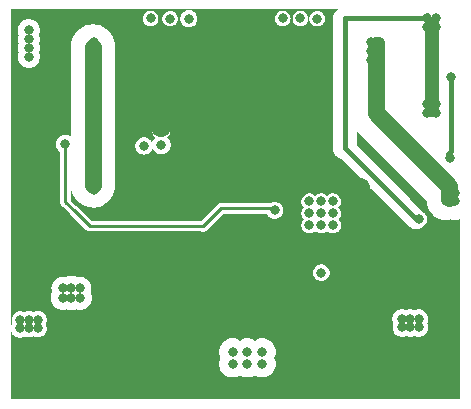
<source format=gbr>
G04 start of page 5 for group 3 idx 3 *
G04 Title: bluenodes actor 52832 19, power *
G04 Creator: pcb.exe 20130205 *
G04 CreationDate: 10.05.2017 20:52:52 UTC *
G04 Format: Gerber/RS-274X *
G04 PCB-Dimensions (mil): 1496.06 1299.21 *
G04 PCB-Coordinate-Origin: lower left *
%MOIN*%
%FSLAX25Y25*%
%LNGROUP3*%
%ADD246C,0.0118*%
%ADD245C,0.0315*%
%ADD244C,0.0315*%
%ADD243C,0.0472*%
%ADD242C,0.0158*%
%ADD241C,0.0730*%
%ADD240C,0.0099*%
%ADD239C,0.0630*%
%ADD238C,0.0551*%
%ADD237C,0.0001*%
G54D237*G36*
X133016Y57347D02*X133057Y57311D01*
X133508Y57034D01*
X133997Y56832D01*
X134512Y56708D01*
X135039Y56667D01*
X135567Y56708D01*
X136082Y56832D01*
X136571Y57034D01*
X137022Y57311D01*
X137424Y57655D01*
X137752Y58039D01*
X137793Y58073D01*
X138076Y58405D01*
X138304Y58777D01*
X138471Y59180D01*
X138573Y59604D01*
X138599Y60039D01*
X138573Y60474D01*
X138471Y60899D01*
X138304Y61302D01*
X138076Y61674D01*
X137793Y62005D01*
X137750Y62042D01*
X137417Y62417D01*
X133016Y66818D01*
Y71698D01*
X138655Y66059D01*
X138646Y65945D01*
X138723Y64969D01*
X138951Y64018D01*
X139326Y63114D01*
X139837Y62280D01*
X140472Y61535D01*
X141217Y60900D01*
X142051Y60389D01*
X142955Y60014D01*
X143906Y59786D01*
X144882Y59709D01*
X145857Y59786D01*
X146569Y59957D01*
X146875Y59883D01*
X147835Y59808D01*
X148795Y59883D01*
X149606Y60078D01*
Y0D01*
X133016D01*
Y20835D01*
X133071Y20831D01*
X133569Y20870D01*
X134055Y20987D01*
X134449Y21150D01*
X134843Y20987D01*
X135329Y20870D01*
X135827Y20831D01*
X136325Y20870D01*
X136811Y20987D01*
X137273Y21178D01*
X137699Y21439D01*
X138079Y21764D01*
X138403Y22144D01*
X138664Y22570D01*
X138856Y23032D01*
X138972Y23518D01*
X139002Y24016D01*
X138972Y24514D01*
X138856Y25000D01*
X138693Y25394D01*
X138856Y25788D01*
X138972Y26273D01*
X139002Y26772D01*
X138972Y27270D01*
X138856Y27756D01*
X138664Y28218D01*
X138403Y28644D01*
X138079Y29024D01*
X137699Y29348D01*
X137273Y29609D01*
X136811Y29801D01*
X136325Y29917D01*
X135827Y29956D01*
X135329Y29917D01*
X134843Y29801D01*
X134576Y29690D01*
X134562Y29699D01*
X134086Y29896D01*
X133585Y30016D01*
X133071Y30057D01*
X133016Y30052D01*
Y34737D01*
X133132Y34457D01*
X133343Y34112D01*
X133607Y33804D01*
X133915Y33540D01*
X134260Y33329D01*
X134635Y33173D01*
X135029Y33079D01*
X135433Y33047D01*
X135837Y33079D01*
X136231Y33173D01*
X136606Y33329D01*
X136951Y33540D01*
X137259Y33804D01*
X137523Y34112D01*
X137734Y34457D01*
X137890Y34832D01*
X137984Y35226D01*
X138008Y35630D01*
X137984Y36034D01*
X137890Y36428D01*
X137734Y36803D01*
X137523Y37148D01*
X137259Y37456D01*
X136951Y37720D01*
X136606Y37931D01*
X136231Y38086D01*
X135837Y38181D01*
X135433Y38213D01*
X135029Y38181D01*
X134635Y38086D01*
X134260Y37931D01*
X133915Y37720D01*
X133607Y37456D01*
X133343Y37148D01*
X133132Y36803D01*
X133016Y36523D01*
Y57347D01*
G37*
G36*
Y66818D02*X115173Y84660D01*
Y89575D01*
X115447Y89266D01*
X133016Y71698D01*
Y66818D01*
G37*
G36*
X103382Y129921D02*X108822D01*
X108417Y129575D01*
X108013Y129102D01*
X107688Y128572D01*
X107449Y127997D01*
X107304Y127392D01*
X107268Y126772D01*
Y83858D01*
X107304Y83238D01*
X107449Y82633D01*
X107688Y82058D01*
X108013Y81528D01*
X108417Y81055D01*
X108890Y80650D01*
X109420Y80325D01*
X109995Y80087D01*
X110313Y80011D01*
X116217Y74106D01*
X115885Y73903D01*
X115554Y73620D01*
X115270Y73288D01*
X115042Y72916D01*
X114875Y72513D01*
X114774Y72088D01*
X114739Y71654D01*
X114774Y71219D01*
X114875Y70794D01*
X115042Y70391D01*
X115270Y70019D01*
X115554Y69688D01*
X115885Y69404D01*
X116257Y69176D01*
X116660Y69009D01*
X117085Y68907D01*
X117520Y68873D01*
X117955Y68907D01*
X118379Y69009D01*
X118782Y69176D01*
X119154Y69404D01*
X119486Y69688D01*
X119769Y70019D01*
X119973Y70351D01*
X132662Y57662D01*
X133016Y57347D01*
Y36523D01*
X132977Y36428D01*
X132882Y36034D01*
X132850Y35630D01*
X132882Y35226D01*
X132977Y34832D01*
X133016Y34737D01*
Y30052D01*
X132557Y30016D01*
X132056Y29896D01*
X131693Y29746D01*
X131330Y29896D01*
X130829Y30016D01*
X130315Y30057D01*
X129801Y30016D01*
X129300Y29896D01*
X128824Y29699D01*
X128384Y29429D01*
X127992Y29095D01*
X127657Y28703D01*
X127388Y28263D01*
X127191Y27787D01*
X127070Y27286D01*
X127030Y26772D01*
X127070Y26258D01*
X127191Y25757D01*
X127388Y25280D01*
X127396Y25266D01*
X127286Y25000D01*
X127169Y24514D01*
X127130Y24016D01*
X127169Y23518D01*
X127286Y23032D01*
X127477Y22570D01*
X127738Y22144D01*
X128063Y21764D01*
X128443Y21439D01*
X128869Y21178D01*
X129331Y20987D01*
X129817Y20870D01*
X130315Y20831D01*
X130813Y20870D01*
X131299Y20987D01*
X131693Y21150D01*
X132087Y20987D01*
X132573Y20870D01*
X133016Y20835D01*
Y0D01*
X103382D01*
Y39461D01*
X103386Y39461D01*
X103821Y39495D01*
X104246Y39597D01*
X104650Y39764D01*
X105022Y39992D01*
X105354Y40276D01*
X105638Y40608D01*
X105866Y40980D01*
X106033Y41384D01*
X106135Y41809D01*
X106161Y42244D01*
X106135Y42680D01*
X106033Y43104D01*
X105866Y43508D01*
X105638Y43880D01*
X105354Y44212D01*
X105022Y44496D01*
X104650Y44724D01*
X104246Y44891D01*
X103821Y44993D01*
X103386Y45028D01*
X103382Y45027D01*
Y55392D01*
X103766Y55422D01*
X104175Y55520D01*
X104564Y55681D01*
X104923Y55901D01*
X105243Y56175D01*
X105315Y56259D01*
X105387Y56175D01*
X105707Y55901D01*
X106066Y55681D01*
X106455Y55520D01*
X106864Y55422D01*
X107283Y55389D01*
X107703Y55422D01*
X108112Y55520D01*
X108501Y55681D01*
X108860Y55901D01*
X109180Y56175D01*
X109453Y56495D01*
X109673Y56853D01*
X109834Y57242D01*
X109932Y57651D01*
X109957Y58071D01*
X109932Y58490D01*
X109834Y58900D01*
X109673Y59288D01*
X109453Y59647D01*
X109180Y59967D01*
X109095Y60039D01*
X109180Y60112D01*
X109453Y60432D01*
X109673Y60790D01*
X109834Y61179D01*
X109932Y61588D01*
X109957Y62008D01*
X109932Y62427D01*
X109834Y62837D01*
X109673Y63225D01*
X109453Y63584D01*
X109180Y63904D01*
X109095Y63976D01*
X109180Y64049D01*
X109453Y64369D01*
X109673Y64727D01*
X109834Y65116D01*
X109932Y65525D01*
X109957Y65945D01*
X109932Y66364D01*
X109834Y66774D01*
X109673Y67162D01*
X109453Y67521D01*
X109180Y67841D01*
X108860Y68114D01*
X108501Y68334D01*
X108112Y68495D01*
X107703Y68594D01*
X107283Y68627D01*
X106864Y68594D01*
X106455Y68495D01*
X106066Y68334D01*
X105707Y68114D01*
X105387Y67841D01*
X105315Y67756D01*
X105243Y67841D01*
X104923Y68114D01*
X104564Y68334D01*
X104175Y68495D01*
X103766Y68594D01*
X103382Y68624D01*
Y124672D01*
X103526Y124761D01*
X103834Y125024D01*
X104098Y125332D01*
X104309Y125678D01*
X104464Y126052D01*
X104559Y126446D01*
X104583Y126850D01*
X104559Y127254D01*
X104464Y127649D01*
X104309Y128023D01*
X104098Y128369D01*
X103834Y128677D01*
X103526Y128940D01*
X103382Y129029D01*
Y129921D01*
G37*
G36*
X96374D02*X103382D01*
Y129029D01*
X103181Y129152D01*
X102806Y129307D01*
X102412Y129402D01*
X102008Y129433D01*
X101604Y129402D01*
X101210Y129307D01*
X100835Y129152D01*
X100490Y128940D01*
X100181Y128677D01*
X99918Y128369D01*
X99706Y128023D01*
X99551Y127649D01*
X99457Y127254D01*
X99425Y126850D01*
X99457Y126446D01*
X99551Y126052D01*
X99706Y125678D01*
X99918Y125332D01*
X100181Y125024D01*
X100490Y124761D01*
X100835Y124549D01*
X101210Y124394D01*
X101604Y124299D01*
X102008Y124267D01*
X102412Y124299D01*
X102806Y124394D01*
X103181Y124549D01*
X103382Y124672D01*
Y68624D01*
X103346Y68627D01*
X102927Y68594D01*
X102518Y68495D01*
X102129Y68334D01*
X101770Y68114D01*
X101450Y67841D01*
X101378Y67756D01*
X101306Y67841D01*
X100986Y68114D01*
X100627Y68334D01*
X100238Y68495D01*
X99829Y68594D01*
X99409Y68627D01*
X98990Y68594D01*
X98581Y68495D01*
X98192Y68334D01*
X97833Y68114D01*
X97513Y67841D01*
X97240Y67521D01*
X97020Y67162D01*
X96859Y66774D01*
X96761Y66364D01*
X96728Y65945D01*
X96761Y65525D01*
X96859Y65116D01*
X97020Y64727D01*
X97240Y64369D01*
X97513Y64049D01*
X97598Y63976D01*
X97513Y63904D01*
X97240Y63584D01*
X97020Y63225D01*
X96859Y62837D01*
X96761Y62427D01*
X96728Y62008D01*
X96761Y61588D01*
X96859Y61179D01*
X97020Y60790D01*
X97240Y60432D01*
X97513Y60112D01*
X97598Y60039D01*
X97513Y59967D01*
X97240Y59647D01*
X97020Y59288D01*
X96859Y58900D01*
X96761Y58490D01*
X96728Y58071D01*
X96761Y57651D01*
X96859Y57242D01*
X97020Y56853D01*
X97240Y56495D01*
X97513Y56175D01*
X97833Y55901D01*
X98192Y55681D01*
X98581Y55520D01*
X98990Y55422D01*
X99409Y55389D01*
X99829Y55422D01*
X100238Y55520D01*
X100627Y55681D01*
X100986Y55901D01*
X101306Y56175D01*
X101378Y56259D01*
X101450Y56175D01*
X101770Y55901D01*
X102129Y55681D01*
X102518Y55520D01*
X102927Y55422D01*
X103346Y55389D01*
X103382Y55392D01*
Y45027D01*
X102950Y44993D01*
X102526Y44891D01*
X102122Y44724D01*
X101750Y44496D01*
X101418Y44212D01*
X101134Y43880D01*
X100906Y43508D01*
X100739Y43104D01*
X100637Y42680D01*
X100602Y42244D01*
X100637Y41809D01*
X100739Y41384D01*
X100906Y40980D01*
X101134Y40608D01*
X101418Y40276D01*
X101750Y39992D01*
X102122Y39764D01*
X102526Y39597D01*
X102950Y39495D01*
X103382Y39461D01*
Y0D01*
X96374D01*
Y124386D01*
X96378Y124386D01*
X96782Y124417D01*
X97176Y124512D01*
X97551Y124667D01*
X97896Y124879D01*
X98204Y125142D01*
X98468Y125450D01*
X98679Y125796D01*
X98834Y126170D01*
X98929Y126564D01*
X98953Y126969D01*
X98929Y127373D01*
X98834Y127767D01*
X98679Y128141D01*
X98468Y128487D01*
X98204Y128795D01*
X97896Y129058D01*
X97551Y129270D01*
X97176Y129425D01*
X96782Y129520D01*
X96378Y129551D01*
X96374Y129551D01*
Y129921D01*
G37*
G36*
X92633D02*X96374D01*
Y129551D01*
X95974Y129520D01*
X95580Y129425D01*
X95205Y129270D01*
X94860Y129058D01*
X94552Y128795D01*
X94288Y128487D01*
X94077Y128141D01*
X93921Y127767D01*
X93827Y127373D01*
X93795Y126969D01*
X93827Y126564D01*
X93921Y126170D01*
X94077Y125796D01*
X94288Y125450D01*
X94552Y125142D01*
X94860Y124879D01*
X95205Y124667D01*
X95580Y124512D01*
X95974Y124417D01*
X96374Y124386D01*
Y0D01*
X92633D01*
Y44700D01*
X92638Y44699D01*
X93104Y44736D01*
X93558Y44845D01*
X93990Y45024D01*
X94388Y45268D01*
X94743Y45572D01*
X95047Y45927D01*
X95291Y46325D01*
X95470Y46757D01*
X95579Y47211D01*
X95606Y47677D01*
X95579Y48143D01*
X95470Y48597D01*
X95291Y49029D01*
X95047Y49428D01*
X94743Y49783D01*
X94388Y50086D01*
X93990Y50330D01*
X93558Y50509D01*
X93104Y50618D01*
X92638Y50655D01*
X92633Y50655D01*
Y125441D01*
X92641Y125450D01*
X92853Y125796D01*
X93008Y126170D01*
X93102Y126564D01*
X93126Y126969D01*
X93102Y127373D01*
X93008Y127767D01*
X92853Y128141D01*
X92641Y128487D01*
X92633Y128496D01*
Y129921D01*
G37*
G36*
X78733D02*X92633D01*
Y128496D01*
X92378Y128795D01*
X92069Y129058D01*
X91724Y129270D01*
X91349Y129425D01*
X90955Y129520D01*
X90551Y129551D01*
X90147Y129520D01*
X89753Y129425D01*
X89379Y129270D01*
X89033Y129058D01*
X88725Y128795D01*
X88462Y128487D01*
X88250Y128141D01*
X88095Y127767D01*
X88000Y127373D01*
X87968Y126969D01*
X88000Y126564D01*
X88095Y126170D01*
X88250Y125796D01*
X88462Y125450D01*
X88725Y125142D01*
X89033Y124879D01*
X89379Y124667D01*
X89753Y124512D01*
X90147Y124417D01*
X90551Y124386D01*
X90955Y124417D01*
X91349Y124512D01*
X91724Y124667D01*
X92069Y124879D01*
X92378Y125142D01*
X92633Y125441D01*
Y50655D01*
X92172Y50618D01*
X91718Y50509D01*
X91286Y50330D01*
X90887Y50086D01*
X90532Y49783D01*
X90229Y49428D01*
X89985Y49029D01*
X89806Y48597D01*
X89697Y48143D01*
X89660Y47677D01*
X89697Y47211D01*
X89806Y46757D01*
X89985Y46325D01*
X90229Y45927D01*
X90532Y45572D01*
X90887Y45268D01*
X91286Y45024D01*
X91718Y44845D01*
X92172Y44736D01*
X92633Y44700D01*
Y0D01*
X78733D01*
Y7254D01*
X78740Y7254D01*
X79453Y7310D01*
X80149Y7477D01*
X80809Y7750D01*
X81201Y7990D01*
X81592Y7750D01*
X82253Y7477D01*
X82948Y7310D01*
X83661Y7254D01*
X84374Y7310D01*
X85070Y7477D01*
X85730Y7750D01*
X86340Y8124D01*
X86884Y8588D01*
X87349Y9132D01*
X87722Y9742D01*
X87996Y10403D01*
X88163Y11098D01*
X88205Y11811D01*
X88163Y12524D01*
X87996Y13219D01*
X87764Y13780D01*
X87996Y14340D01*
X88163Y15035D01*
X88205Y15748D01*
X88163Y16461D01*
X87996Y17156D01*
X87722Y17817D01*
X87349Y18427D01*
X86884Y18971D01*
X86340Y19435D01*
X85730Y19809D01*
X85070Y20082D01*
X84374Y20249D01*
X83661Y20306D01*
X82948Y20249D01*
X82253Y20082D01*
X81592Y19809D01*
X81201Y19569D01*
X80809Y19809D01*
X80149Y20082D01*
X79453Y20249D01*
X78740Y20306D01*
X78733Y20305D01*
Y61889D01*
X85140D01*
X85226Y61683D01*
X85462Y61297D01*
X85756Y60953D01*
X86100Y60659D01*
X86486Y60423D01*
X86904Y60249D01*
X87344Y60144D01*
X87795Y60108D01*
X88246Y60144D01*
X88686Y60249D01*
X89105Y60423D01*
X89490Y60659D01*
X89834Y60953D01*
X90128Y61297D01*
X90365Y61683D01*
X90538Y62101D01*
X90644Y62541D01*
X90670Y62992D01*
X90644Y63443D01*
X90538Y63883D01*
X90365Y64301D01*
X90128Y64687D01*
X89834Y65031D01*
X89490Y65325D01*
X89105Y65562D01*
X88686Y65735D01*
X88246Y65840D01*
X87795Y65876D01*
X87344Y65840D01*
X86904Y65735D01*
X86486Y65562D01*
X86100Y65325D01*
X86043Y65277D01*
X78733D01*
Y129921D01*
G37*
G36*
Y0D02*X60625D01*
Y55983D01*
X63382D01*
X63421Y55967D01*
X63695Y55901D01*
X63976Y55879D01*
X64258Y55901D01*
X64532Y55967D01*
X64793Y56075D01*
X65033Y56223D01*
X65244Y56410D01*
X70723Y61889D01*
X78733D01*
Y20305D01*
X78027Y20249D01*
X77332Y20082D01*
X76671Y19809D01*
X76280Y19569D01*
X75888Y19809D01*
X75227Y20082D01*
X74532Y20249D01*
X73819Y20306D01*
X73106Y20249D01*
X72411Y20082D01*
X71750Y19809D01*
X71140Y19435D01*
X70596Y18971D01*
X70132Y18427D01*
X69758Y17817D01*
X69484Y17156D01*
X69317Y16461D01*
X69261Y15748D01*
X69317Y15035D01*
X69484Y14340D01*
X69716Y13780D01*
X69484Y13219D01*
X69317Y12524D01*
X69261Y11811D01*
X69317Y11098D01*
X69484Y10403D01*
X69758Y9742D01*
X70132Y9132D01*
X70596Y8588D01*
X71140Y8124D01*
X71750Y7750D01*
X72411Y7477D01*
X73106Y7310D01*
X73819Y7254D01*
X74532Y7310D01*
X75227Y7477D01*
X75888Y7750D01*
X76280Y7990D01*
X76671Y7750D01*
X77332Y7477D01*
X78027Y7310D01*
X78733Y7254D01*
Y0D01*
G37*
G36*
X60625Y129921D02*X78733D01*
Y65277D01*
X70476D01*
X70437Y65293D01*
X70163Y65358D01*
X69882Y65381D01*
X69601Y65358D01*
X69326Y65293D01*
X69066Y65185D01*
X68825Y65037D01*
X68615Y64850D01*
X63136Y59371D01*
X60625D01*
Y61588D01*
X60630Y61588D01*
X61158Y61629D01*
X61672Y61753D01*
X62161Y61955D01*
X62612Y62232D01*
X63015Y62576D01*
X63359Y62978D01*
X63635Y63429D01*
X63838Y63918D01*
X63961Y64433D01*
X63992Y64961D01*
X63961Y65488D01*
X63838Y66003D01*
X63635Y66492D01*
X63359Y66943D01*
X63015Y67346D01*
X62612Y67689D01*
X62161Y67966D01*
X61672Y68168D01*
X61158Y68292D01*
X60630Y68333D01*
X60625Y68333D01*
Y124383D01*
X60908Y124557D01*
X61252Y124851D01*
X61546Y125195D01*
X61782Y125581D01*
X61955Y125999D01*
X62061Y126439D01*
X62088Y126890D01*
X62061Y127341D01*
X61955Y127781D01*
X61782Y128199D01*
X61546Y128585D01*
X61252Y128929D01*
X60908Y129223D01*
X60625Y129396D01*
Y129921D01*
G37*
G36*
Y0D02*X52798D01*
Y55983D01*
X60625D01*
Y0D01*
G37*
G36*
X52798Y129921D02*X60625D01*
Y129396D01*
X60522Y129459D01*
X60104Y129632D01*
X59664Y129738D01*
X59213Y129774D01*
X58761Y129738D01*
X58321Y129632D01*
X57903Y129459D01*
X57518Y129223D01*
X57173Y128929D01*
X56879Y128585D01*
X56643Y128199D01*
X56470Y127781D01*
X56364Y127341D01*
X56329Y126890D01*
X56364Y126439D01*
X56470Y125999D01*
X56643Y125581D01*
X56879Y125195D01*
X57173Y124851D01*
X57518Y124557D01*
X57903Y124320D01*
X58321Y124147D01*
X58761Y124041D01*
X59213Y124006D01*
X59664Y124041D01*
X60104Y124147D01*
X60522Y124320D01*
X60625Y124383D01*
Y68333D01*
X60102Y68292D01*
X59588Y68168D01*
X59099Y67966D01*
X58647Y67689D01*
X58245Y67346D01*
X57901Y66943D01*
X57625Y66492D01*
X57422Y66003D01*
X57299Y65488D01*
X57257Y64961D01*
X57299Y64433D01*
X57422Y63918D01*
X57625Y63429D01*
X57901Y62978D01*
X58245Y62576D01*
X58647Y62232D01*
X59099Y61955D01*
X59588Y61753D01*
X60102Y61629D01*
X60625Y61588D01*
Y59371D01*
X52798D01*
Y83221D01*
X52908Y83401D01*
X53099Y83861D01*
X53215Y84346D01*
X53244Y84843D01*
X53215Y85339D01*
X53099Y85824D01*
X52908Y86284D01*
X52798Y86464D01*
Y88564D01*
X52832Y88647D01*
X52941Y89101D01*
X52969Y89567D01*
X52941Y90033D01*
X52832Y90487D01*
X52798Y90570D01*
Y124322D01*
X52992Y124307D01*
X53396Y124339D01*
X53790Y124433D01*
X54165Y124588D01*
X54510Y124800D01*
X54819Y125063D01*
X55082Y125372D01*
X55294Y125717D01*
X55449Y126092D01*
X55543Y126486D01*
X55567Y126890D01*
X55543Y127294D01*
X55449Y127688D01*
X55294Y128062D01*
X55082Y128408D01*
X54819Y128716D01*
X54510Y128979D01*
X54165Y129191D01*
X53790Y129346D01*
X53396Y129441D01*
X52992Y129473D01*
X52798Y129457D01*
Y129921D01*
G37*
G36*
Y86464D02*X52648Y86709D01*
X52324Y87088D01*
X51996Y87368D01*
X52106Y87461D01*
X52409Y87817D01*
X52653Y88215D01*
X52798Y88564D01*
Y86464D01*
G37*
G36*
X20072Y61390D02*X24936Y56526D01*
X24980Y56476D01*
X25182Y56303D01*
X25410Y56163D01*
X25656Y56061D01*
X25915Y55999D01*
X25916Y55999D01*
X26181Y55978D01*
X26247Y55983D01*
X52798D01*
Y0D01*
X20072D01*
Y29671D01*
X20079Y29670D01*
X20734Y29722D01*
X21373Y29875D01*
X21592Y29966D01*
X22195Y29821D01*
X22835Y29771D01*
X23474Y29821D01*
X24098Y29971D01*
X24690Y30216D01*
X25237Y30551D01*
X25725Y30968D01*
X26142Y31456D01*
X26477Y32003D01*
X26722Y32595D01*
X26872Y33219D01*
X26910Y33858D01*
X26872Y34498D01*
X26722Y35121D01*
X26485Y35694D01*
X26531Y35807D01*
X26674Y36400D01*
X26710Y37008D01*
X26674Y37616D01*
X26531Y38209D01*
X26298Y38773D01*
X25979Y39293D01*
X25583Y39756D01*
X25119Y40152D01*
X24599Y40471D01*
X24036Y40705D01*
X23443Y40847D01*
X22835Y40895D01*
X22227Y40847D01*
X21906Y40770D01*
X21373Y40991D01*
X20734Y41144D01*
X20079Y41196D01*
X20072Y41195D01*
Y61390D01*
G37*
G36*
X46531Y82652D02*X46621Y82757D01*
X46857Y83142D01*
X47030Y83559D01*
X47086Y83795D01*
X47250Y83401D01*
X47510Y82976D01*
X47833Y82597D01*
X48212Y82274D01*
X48637Y82013D01*
X49098Y81823D01*
X49582Y81706D01*
X50079Y81667D01*
X50575Y81706D01*
X51060Y81823D01*
X51520Y82013D01*
X51945Y82274D01*
X52324Y82597D01*
X52648Y82976D01*
X52798Y83221D01*
Y59371D01*
X46531D01*
Y82652D01*
G37*
G36*
Y129921D02*X52798D01*
Y129457D01*
X52588Y129441D01*
X52194Y129346D01*
X51819Y129191D01*
X51474Y128979D01*
X51166Y128716D01*
X50902Y128408D01*
X50691Y128062D01*
X50536Y127688D01*
X50441Y127294D01*
X50409Y126890D01*
X50441Y126486D01*
X50536Y126092D01*
X50691Y125717D01*
X50902Y125372D01*
X51166Y125063D01*
X51474Y124800D01*
X51819Y124588D01*
X52194Y124433D01*
X52588Y124339D01*
X52798Y124322D01*
Y90570D01*
X52653Y90919D01*
X52409Y91317D01*
X52106Y91673D01*
X51750Y91976D01*
X51352Y92220D01*
X50920Y92399D01*
X50466Y92508D01*
X50000Y92545D01*
X49534Y92508D01*
X49080Y92399D01*
X48648Y92220D01*
X48250Y91976D01*
X47894Y91673D01*
X47591Y91317D01*
X47347Y90919D01*
X47168Y90487D01*
X47059Y90033D01*
X47022Y89567D01*
X47059Y89101D01*
X47168Y88647D01*
X47347Y88215D01*
X47591Y87817D01*
X47894Y87461D01*
X48083Y87301D01*
X47833Y87088D01*
X47510Y86709D01*
X47250Y86284D01*
X47059Y85824D01*
X46974Y85472D01*
X46857Y85756D01*
X46621Y86141D01*
X46531Y86245D01*
Y124386D01*
X46535Y124386D01*
X46939Y124417D01*
X47334Y124512D01*
X47708Y124667D01*
X48054Y124879D01*
X48362Y125142D01*
X48625Y125450D01*
X48837Y125796D01*
X48992Y126170D01*
X49087Y126564D01*
X49110Y126969D01*
X49087Y127373D01*
X48992Y127767D01*
X48837Y128141D01*
X48625Y128487D01*
X48362Y128795D01*
X48054Y129058D01*
X47708Y129270D01*
X47334Y129425D01*
X46939Y129520D01*
X46535Y129551D01*
X46531Y129551D01*
Y129921D01*
G37*
G36*
X20072D02*X46531D01*
Y129551D01*
X46131Y129520D01*
X45737Y129425D01*
X45363Y129270D01*
X45017Y129058D01*
X44709Y128795D01*
X44446Y128487D01*
X44234Y128141D01*
X44079Y127767D01*
X43984Y127373D01*
X43952Y126969D01*
X43984Y126564D01*
X44079Y126170D01*
X44234Y125796D01*
X44446Y125450D01*
X44709Y125142D01*
X45017Y124879D01*
X45363Y124667D01*
X45737Y124512D01*
X46131Y124417D01*
X46531Y124386D01*
Y86245D01*
X46327Y86485D01*
X45984Y86778D01*
X45598Y87014D01*
X45181Y87187D01*
X44742Y87293D01*
X44291Y87328D01*
X43841Y87293D01*
X43402Y87187D01*
X42984Y87014D01*
X42599Y86778D01*
X42255Y86485D01*
X41962Y86141D01*
X41726Y85756D01*
X41553Y85339D01*
X41448Y84899D01*
X41412Y84449D01*
X41448Y83998D01*
X41553Y83559D01*
X41726Y83142D01*
X41962Y82757D01*
X42255Y82413D01*
X42599Y82120D01*
X42984Y81883D01*
X43402Y81711D01*
X43841Y81605D01*
X44291Y81570D01*
X44742Y81605D01*
X45181Y81711D01*
X45598Y81883D01*
X45984Y82120D01*
X46327Y82413D01*
X46531Y82652D01*
Y59371D01*
X26883D01*
X22064Y64190D01*
X21865Y64367D01*
X21638Y64506D01*
X21391Y64608D01*
X21360Y64616D01*
X20072Y65903D01*
Y69760D01*
X20225Y69124D01*
X20671Y68048D01*
X21279Y67055D01*
X22036Y66169D01*
X22921Y65413D01*
X23914Y64805D01*
X24990Y64359D01*
X25400Y64261D01*
X25693Y64139D01*
X26614Y63918D01*
X27559Y63844D01*
X28504Y63918D01*
X29425Y64139D01*
X30300Y64502D01*
X31108Y64997D01*
X31469Y65305D01*
X31646Y65413D01*
X32531Y66169D01*
X33288Y67055D01*
X33896Y68048D01*
X34342Y69124D01*
X34614Y70256D01*
X34682Y71417D01*
Y117520D01*
X34614Y118681D01*
X34342Y119813D01*
X33896Y120889D01*
X33288Y121882D01*
X32531Y122768D01*
X31646Y123524D01*
X30653Y124132D01*
X29577Y124578D01*
X29481Y124601D01*
X29364Y124649D01*
X28473Y124863D01*
X27559Y124935D01*
X27459Y124927D01*
X27283Y124941D01*
X26122Y124850D01*
X24990Y124578D01*
X23914Y124132D01*
X22921Y123524D01*
X22036Y122768D01*
X21279Y121882D01*
X20671Y120889D01*
X20225Y119813D01*
X20072Y119177D01*
Y129921D01*
G37*
G36*
Y65903D02*X19804Y66171D01*
Y82354D01*
X19885Y82403D01*
Y71417D01*
X19953Y70256D01*
X20072Y69760D01*
Y65903D01*
G37*
G36*
X5900Y20638D02*X5906Y20638D01*
X6372Y20675D01*
X6828Y20784D01*
X7260Y20963D01*
X7382Y21038D01*
X7503Y20963D01*
X7936Y20784D01*
X8391Y20675D01*
X8858Y20638D01*
X9325Y20675D01*
X9780Y20784D01*
X10213Y20963D01*
X10612Y21208D01*
X10968Y21512D01*
X11273Y21868D01*
X11517Y22267D01*
X11696Y22700D01*
X11806Y23155D01*
X11833Y23622D01*
X11806Y24089D01*
X11696Y24544D01*
X11517Y24977D01*
X11443Y25098D01*
X11517Y25220D01*
X11696Y25653D01*
X11806Y26108D01*
X11833Y26575D01*
X11806Y27042D01*
X11696Y27497D01*
X11517Y27930D01*
X11273Y28329D01*
X10968Y28685D01*
X10612Y28989D01*
X10213Y29234D01*
X9780Y29413D01*
X9325Y29522D01*
X8858Y29559D01*
X8391Y29522D01*
X7936Y29413D01*
X7503Y29234D01*
X7286Y29101D01*
X7215Y29144D01*
X6797Y29318D01*
X6357Y29423D01*
X5906Y29459D01*
X5900Y29458D01*
Y110505D01*
X5906Y110504D01*
X6479Y110549D01*
X7039Y110684D01*
X7571Y110904D01*
X8062Y111205D01*
X8500Y111579D01*
X8874Y112017D01*
X9175Y112508D01*
X9395Y113039D01*
X9529Y113599D01*
X9563Y114173D01*
X9529Y114747D01*
X9395Y115307D01*
X9253Y115650D01*
X9395Y115992D01*
X9529Y116552D01*
X9563Y117126D01*
X9529Y117700D01*
X9395Y118260D01*
X9253Y118602D01*
X9395Y118945D01*
X9529Y119505D01*
X9563Y120079D01*
X9529Y120653D01*
X9395Y121213D01*
X9253Y121555D01*
X9395Y121898D01*
X9529Y122458D01*
X9563Y123031D01*
X9529Y123605D01*
X9395Y124165D01*
X9175Y124697D01*
X8874Y125188D01*
X8500Y125626D01*
X8062Y126000D01*
X7571Y126301D01*
X7039Y126521D01*
X6479Y126655D01*
X5906Y126700D01*
X5900Y126700D01*
Y129921D01*
X20072D01*
Y119177D01*
X19953Y118681D01*
X19885Y117520D01*
Y87676D01*
X19556Y87877D01*
X19094Y88068D01*
X18608Y88185D01*
X18110Y88224D01*
X17612Y88185D01*
X17126Y88068D01*
X16664Y87877D01*
X16238Y87616D01*
X15858Y87291D01*
X15534Y86911D01*
X15273Y86485D01*
X15081Y86024D01*
X14965Y85538D01*
X14925Y85039D01*
X14965Y84541D01*
X15081Y84055D01*
X15273Y83594D01*
X15534Y83167D01*
X15858Y82787D01*
X16238Y82463D01*
X16416Y82354D01*
Y65748D01*
X16432Y65482D01*
X16494Y65223D01*
X16596Y64977D01*
X16736Y64749D01*
X16909Y64547D01*
X17112Y64373D01*
X17339Y64234D01*
X17585Y64132D01*
X17617Y64125D01*
X19243Y62498D01*
X19250Y62467D01*
X19352Y62221D01*
X19492Y61993D01*
X19668Y61794D01*
X20072Y61390D01*
Y41195D01*
X19424Y41144D01*
X18785Y40991D01*
X18252Y40770D01*
X17931Y40847D01*
X17323Y40895D01*
X16715Y40847D01*
X16122Y40705D01*
X15558Y40471D01*
X15038Y40152D01*
X14574Y39756D01*
X14178Y39293D01*
X13860Y38773D01*
X13626Y38209D01*
X13484Y37616D01*
X13436Y37008D01*
X13484Y36400D01*
X13626Y35807D01*
X13673Y35694D01*
X13435Y35121D01*
X13286Y34498D01*
X13235Y33858D01*
X13286Y33219D01*
X13435Y32595D01*
X13681Y32003D01*
X14016Y31456D01*
X14432Y30968D01*
X14920Y30551D01*
X15467Y30216D01*
X16060Y29971D01*
X16683Y29821D01*
X17323Y29771D01*
X17962Y29821D01*
X18566Y29966D01*
X18785Y29875D01*
X19424Y29722D01*
X20072Y29671D01*
Y0D01*
X5900D01*
Y20638D01*
G37*
G36*
Y29458D02*X5454Y29423D01*
X5014Y29318D01*
X4596Y29144D01*
X4333Y28983D01*
X4216Y29055D01*
X3813Y29222D01*
X3388Y29324D01*
X2953Y29358D01*
X2517Y29324D01*
X2093Y29222D01*
X1689Y29055D01*
X1317Y28827D01*
X984Y28543D01*
X701Y28211D01*
X473Y27839D01*
X305Y27435D01*
X203Y27010D01*
X169Y26575D01*
X203Y26139D01*
X305Y25715D01*
X436Y25400D01*
X204Y25022D01*
X39Y24624D01*
Y129921D01*
X5900D01*
Y126700D01*
X5332Y126655D01*
X4772Y126521D01*
X4240Y126301D01*
X3749Y126000D01*
X3311Y125626D01*
X2937Y125188D01*
X2636Y124697D01*
X2416Y124165D01*
X2282Y123605D01*
X2237Y123031D01*
X2282Y122458D01*
X2416Y121898D01*
X2558Y121555D01*
X2416Y121213D01*
X2282Y120653D01*
X2237Y120079D01*
X2282Y119505D01*
X2416Y118945D01*
X2558Y118602D01*
X2416Y118260D01*
X2282Y117700D01*
X2237Y117126D01*
X2282Y116552D01*
X2416Y115992D01*
X2558Y115650D01*
X2416Y115307D01*
X2282Y114747D01*
X2237Y114173D01*
X2282Y113599D01*
X2416Y113039D01*
X2636Y112508D01*
X2937Y112017D01*
X3311Y111579D01*
X3749Y111205D01*
X4240Y110904D01*
X4772Y110684D01*
X5332Y110549D01*
X5900Y110505D01*
Y29458D01*
G37*
G36*
X39Y0D02*Y22620D01*
X204Y22222D01*
X457Y21809D01*
X772Y21441D01*
X1140Y21127D01*
X1552Y20874D01*
X2000Y20689D01*
X2470Y20576D01*
X2953Y20538D01*
X3435Y20576D01*
X3906Y20689D01*
X4353Y20874D01*
X4525Y20979D01*
X4551Y20963D01*
X4983Y20784D01*
X5439Y20675D01*
X5900Y20638D01*
Y0D01*
X39D01*
G37*
G54D238*X27283Y71417D02*Y117520D01*
G54D239*X53937Y73622D02*X54331D01*
X51969D02*X53937Y75591D01*
X49606Y90748D02*X49803D01*
G54D240*X20866Y62992D02*X18110Y65748D01*
X26181Y57677D02*X20866Y62992D01*
X18110Y65748D02*Y85236D01*
X69882Y63583D02*X63976Y57677D01*
X87402Y63583D02*X70079D01*
X69882Y63780D01*
G54D239*X92717Y47795D02*X92520D01*
G54D240*X63976Y57677D02*X26181D01*
G54D241*X60630Y67323D02*Y63780D01*
G54D242*X146654Y107283D02*Y82677D01*
X145669Y81693D01*
G54D238*X146063Y67126D02*Y71063D01*
X121654Y95472D01*
G54D239*X116142Y70669D02*Y70472D01*
G54D242*X111220Y126969D02*X137795D01*
X138780Y127953D01*
G54D238*X121654Y95472D02*Y117913D01*
G54D243*X140157Y125000D02*Y96457D01*
G54D242*X135433Y60039D02*X135039D01*
X111220Y83858D01*
Y126772D01*
G54D239*X135039Y35630D02*X135433D01*
G54D244*X138780Y95472D03*
X141732D03*
X138780Y98425D03*
X141732D03*
X146654Y107283D03*
X146260Y80512D03*
X135827Y60039D03*
X147835Y68898D03*
X144882D03*
X103386Y42244D03*
X87795Y62992D03*
X107283Y65945D03*
Y58071D03*
Y62008D03*
X117520Y71654D03*
X103346Y65945D03*
X99409D03*
Y62008D03*
Y58071D03*
X103346D03*
Y62008D03*
X92638Y47677D03*
X60630Y64961D03*
X22835Y33858D03*
Y37008D03*
X20079Y33858D03*
X17323D03*
X20079Y37008D03*
X17323D03*
X8858Y26575D03*
Y23622D03*
X5906D03*
X2953Y26575D03*
Y23622D03*
X5906Y26575D03*
X147835Y65945D03*
X144882D03*
X135827Y26772D03*
Y24016D03*
X133071D03*
Y26772D03*
X130315D03*
Y24016D03*
X135433Y35630D03*
X73819Y15748D03*
X78740D03*
X83661D03*
Y11811D03*
X78740D03*
X73819D03*
X138780Y126969D03*
X141732D03*
X138780Y124016D03*
X141732D03*
X123031Y119094D03*
X120079Y116142D03*
X123031D03*
Y113189D03*
X120079D03*
Y119094D03*
X59213Y126890D03*
X90551Y126969D03*
X102008Y126850D03*
X52992Y126890D03*
X96378Y126969D03*
G54D245*X27559Y110236D03*
Y113189D03*
Y116142D03*
Y78740D03*
Y75787D03*
Y72835D03*
Y69882D03*
G54D244*X18110Y85039D03*
G54D245*X27559Y119094D03*
G54D244*X5906Y123031D03*
Y120079D03*
Y117126D03*
Y114173D03*
X50079Y84843D03*
X44291Y84449D03*
X50000Y89567D03*
X46535Y126969D03*
G54D246*M02*

</source>
